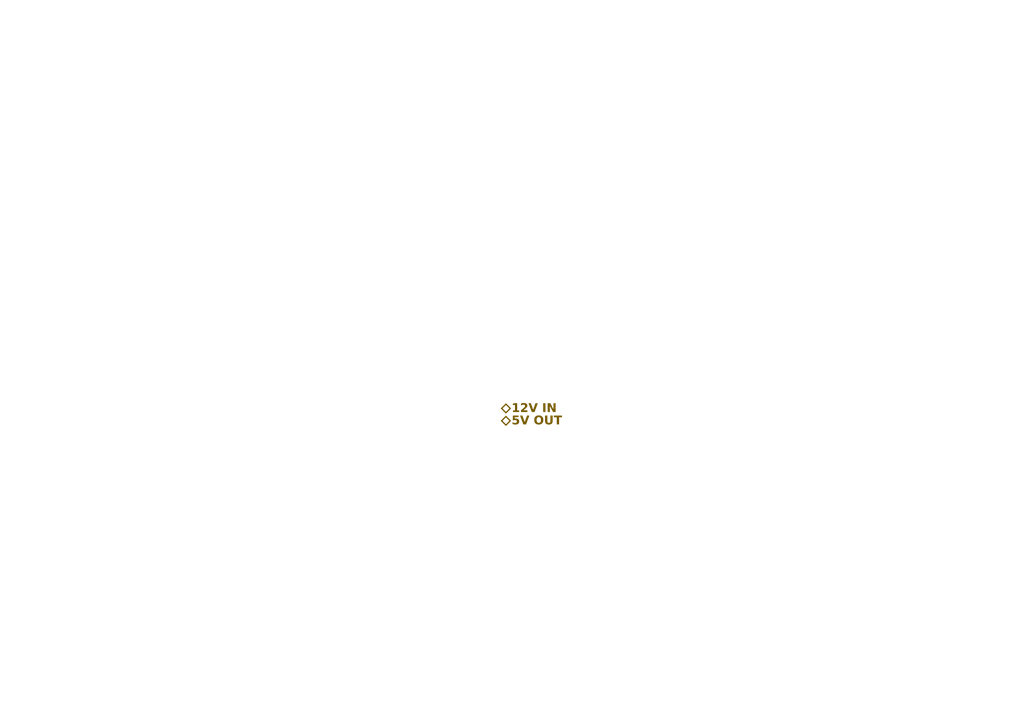
<source format=kicad_sch>
(kicad_sch
	(version 20240417)
	(generator "eeschema")
	(generator_version "8.99")
	(uuid "09e6183f-aea5-4d2a-b11c-82d64c0df918")
	(paper "A5")
	(lib_symbols)
	(hierarchical_label "5V OUT"
		(shape bidirectional)
		(at 102.87 86.36 0)
		(fields_autoplaced yes)
		(effects
			(font
				(face "Monaco")
				(size 1.778 1.778)
				(thickness 0.254)
				(bold yes)
			)
			(justify left)
		)
		(uuid "5a3172d5-3e49-4e76-9984-e493571b77bd")
	)
	(hierarchical_label "12V IN"
		(shape bidirectional)
		(at 102.87 83.82 0)
		(fields_autoplaced yes)
		(effects
			(font
				(face "Monaco")
				(size 1.778 1.778)
				(thickness 0.254)
				(bold yes)
			)
			(justify left)
		)
		(uuid "6b0e83c6-9b25-45ed-9c82-39571aad7e54")
	)
)

</source>
